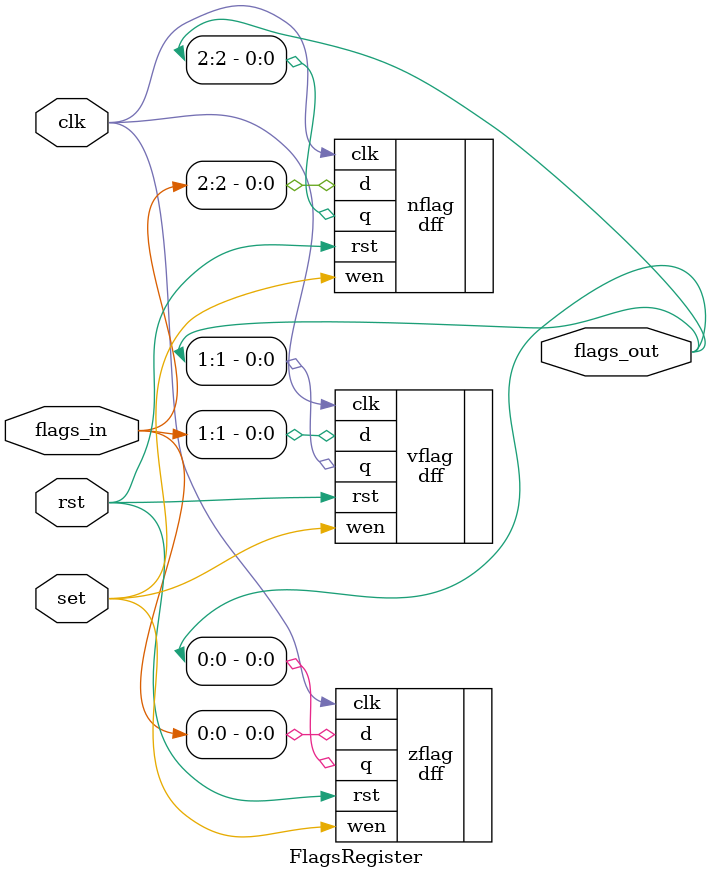
<source format=v>
module FlagsRegister(clk, rst, set, flags_in, flags_out);

input clk, rst, set;
input [2:0] flags_in;
output [2:0] flags_out;

//Dff's for Z, V, & N Flags
dff 	zflag(.q(flags_out[0]), .d(flags_in[0]), .wen(set), .clk(clk), .rst(rst)),
	vflag(.q(flags_out[1]), .d(flags_in[1]), .wen(set), .clk(clk), .rst(rst)),
	nflag(.q(flags_out[2]), .d(flags_in[2]), .wen(set), .clk(clk), .rst(rst));

endmodule

</source>
